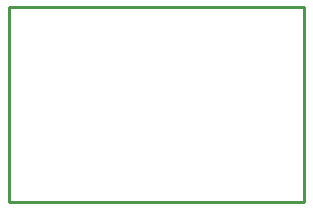
<source format=gko>
G04*
G04 #@! TF.GenerationSoftware,Altium Limited,Altium Designer,19.1.7 (138)*
G04*
G04 Layer_Color=16711935*
%FSLAX25Y25*%
%MOIN*%
G70*
G01*
G75*
%ADD12C,0.01000*%
D12*
X0Y-65000D02*
X98500D01*
Y0D01*
X0D02*
X98500D01*
X0Y-65000D02*
Y0D01*
M02*

</source>
